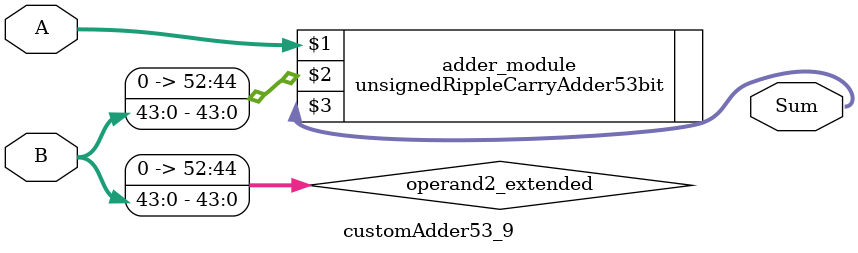
<source format=v>
module customAdder53_9(
                        input [52 : 0] A,
                        input [43 : 0] B,
                        
                        output [53 : 0] Sum
                );

        wire [52 : 0] operand2_extended;
        
        assign operand2_extended =  {9'b0, B};
        
        unsignedRippleCarryAdder53bit adder_module(
            A,
            operand2_extended,
            Sum
        );
        
        endmodule
        
</source>
